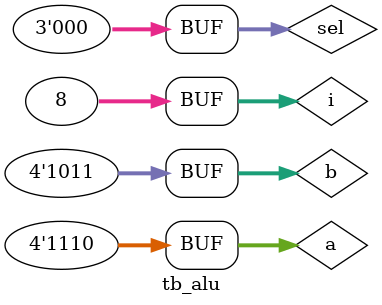
<source format=v>
module tb_alu;
  reg [3:0]a,b;
  reg [2:0] sel;
  wire [7:0] out;
  wire cflag,zflag;
  integer i;
  
  alu test_unit(a,b,sel,out,cflag,zflag);
  
  initial 
    begin
      $display("000-ADD 001-SUB 010-MUL 011-DIV 100-LSL 101-LSR 110-and 111-or");
      $display("|a  |b  |sel |out |cflag |zflag");
      $monitor("%b %b %b %b %b %b",a,b,sel,out,cflag,zflag);
      
      a=4'b1110;
      b=4'b1011;
      sel=3'b000;
      
      for(i=0;i<=7;i=i+1)
        
        begin
          
          sel = sel + 3'b001;
          #10;
         
        end
    
    end 
   //enabling the wave dump

  initial begin

    $dumpfile("dump.vcd"); 
    $dumpvars(0,tb_alu);

  end

endmodule
 

</source>
